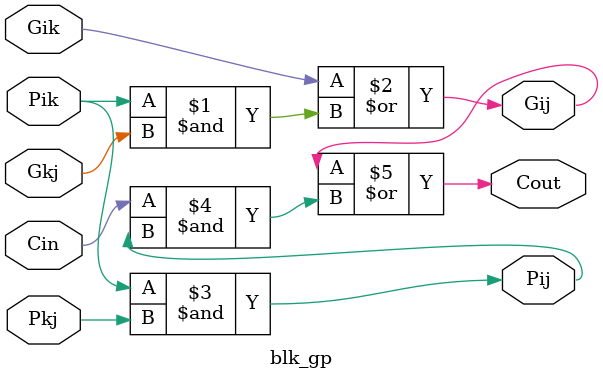
<source format=sv>
module blk_gp(
	input logic Gik,Pik,Gkj,Pkj,Cin,
	output logic Gij,Pij,Cout);
	
	assign Gij = Gik | (Pik & Gkj);
	assign Pij = Pik & Pkj;
	assign Cout = Gij | (Cin & Pij);
endmodule


</source>
